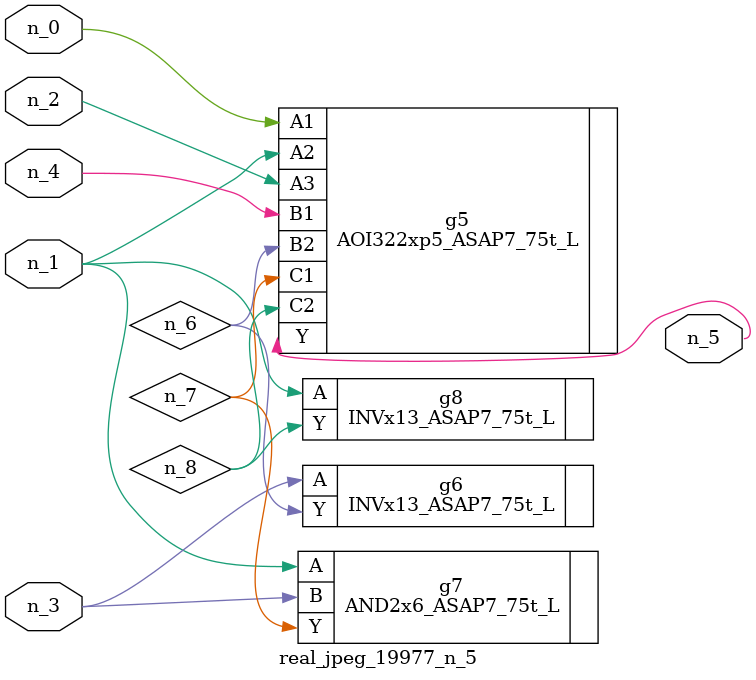
<source format=v>
module real_jpeg_19977_n_5 (n_4, n_0, n_1, n_2, n_3, n_5);

input n_4;
input n_0;
input n_1;
input n_2;
input n_3;

output n_5;

wire n_8;
wire n_6;
wire n_7;

AOI322xp5_ASAP7_75t_L g5 ( 
.A1(n_0),
.A2(n_1),
.A3(n_2),
.B1(n_4),
.B2(n_6),
.C1(n_7),
.C2(n_8),
.Y(n_5)
);

AND2x6_ASAP7_75t_L g7 ( 
.A(n_1),
.B(n_3),
.Y(n_7)
);

INVx13_ASAP7_75t_L g8 ( 
.A(n_1),
.Y(n_8)
);

INVx13_ASAP7_75t_L g6 ( 
.A(n_3),
.Y(n_6)
);


endmodule
</source>
